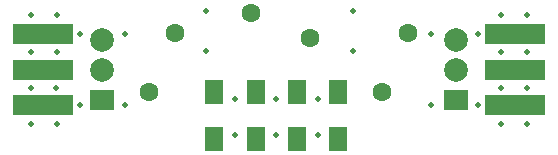
<source format=gts>
G04 #@! TF.FileFunction,Soldermask,Top*
%FSLAX46Y46*%
G04 Gerber Fmt 4.6, Leading zero omitted, Abs format (unit mm)*
G04 Created by KiCad (PCBNEW 0.201510291901+6286~30~ubuntu14.04.1-product) date Sat 07 Nov 2015 01:58:48 PM PST*
%MOMM*%
G01*
G04 APERTURE LIST*
%ADD10C,0.100000*%
%ADD11C,0.500000*%
%ADD12R,1.600000X2.000000*%
%ADD13R,5.080000X1.800000*%
%ADD14C,0.300000*%
%ADD15C,1.600000*%
%ADD16R,2.032000X1.727200*%
%ADD17C,2.000000*%
G04 APERTURE END LIST*
D10*
D11*
X128800000Y-86000000D03*
X116300000Y-86000000D03*
X116300000Y-89400000D03*
X128800000Y-89400000D03*
X109500000Y-88000000D03*
X135400000Y-88000000D03*
X109500000Y-94000000D03*
X135400000Y-94000000D03*
X125800000Y-93500000D03*
X125800000Y-96500000D03*
X122300000Y-96500000D03*
X122300000Y-93500000D03*
X118800000Y-96500000D03*
X118800000Y-93500000D03*
X139350000Y-94000000D03*
X139350000Y-88000000D03*
X143500000Y-92500000D03*
X141300000Y-92500000D03*
X143500000Y-89500000D03*
X141300000Y-89500000D03*
X141300000Y-86400000D03*
X143500000Y-86400000D03*
X143500000Y-95600000D03*
X141300000Y-95600000D03*
X103650000Y-92500000D03*
X101500000Y-92500000D03*
X101500000Y-89500000D03*
X103700000Y-89500000D03*
X103700000Y-86400000D03*
X101500000Y-86400000D03*
X103700000Y-95600000D03*
X101500000Y-95600000D03*
X105700000Y-88000000D03*
D12*
X127550000Y-92900000D03*
X127550000Y-96900000D03*
X124050000Y-92900000D03*
X124050000Y-96900000D03*
X120550000Y-92900000D03*
X120550000Y-96900000D03*
X117050000Y-92900000D03*
X117050000Y-96900000D03*
D11*
X105700000Y-94000000D03*
D13*
X102560000Y-91000000D03*
X102560000Y-94000000D03*
D14*
X104600000Y-88000000D03*
X100600000Y-88000000D03*
X101600000Y-88500000D03*
X101600000Y-87500000D03*
X102600000Y-88000000D03*
X103600000Y-88500000D03*
X103600000Y-87500000D03*
X104600000Y-94000000D03*
X100600000Y-94000000D03*
X101600000Y-94500000D03*
X101600000Y-93500000D03*
X102600000Y-94000000D03*
X103600000Y-94500000D03*
X103600000Y-93500000D03*
D13*
X102560000Y-88000000D03*
X142460000Y-91000000D03*
X142460000Y-94000000D03*
D14*
X144500000Y-88000000D03*
X140500000Y-88000000D03*
X141500000Y-88500000D03*
X141500000Y-87500000D03*
X142500000Y-88000000D03*
X143500000Y-88500000D03*
X143500000Y-87500000D03*
X144500000Y-94000000D03*
X140500000Y-94000000D03*
X141500000Y-94500000D03*
X141500000Y-93500000D03*
X142500000Y-94000000D03*
X143500000Y-94500000D03*
X143500000Y-93500000D03*
D13*
X142460000Y-88000000D03*
D15*
X133400000Y-87900000D03*
X131200000Y-92900000D03*
X120150000Y-86150000D03*
X125150000Y-88350000D03*
X111500000Y-92900000D03*
X113700000Y-87900000D03*
D16*
X137500000Y-93550000D03*
D17*
X137500000Y-91010000D03*
X137500000Y-88470000D03*
D16*
X107500000Y-93550000D03*
D17*
X107500000Y-91010000D03*
X107500000Y-88470000D03*
M02*

</source>
